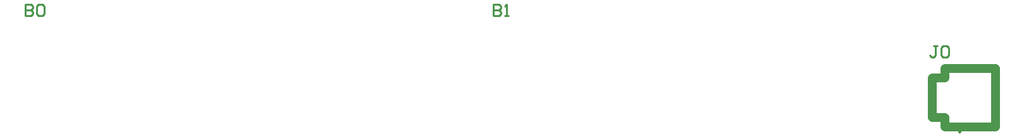
<source format=gto>
G04*
G04 #@! TF.GenerationSoftware,Altium Limited,Altium Designer,24.0.1 (36)*
G04*
G04 Layer_Color=65535*
%FSLAX44Y44*%
%MOMM*%
G71*
G04*
G04 #@! TF.SameCoordinates,01A87E56-E8FB-47F9-89C4-8A0F53075384*
G04*
G04*
G04 #@! TF.FilePolarity,Positive*
G04*
G01*
G75*
%ADD10C,0.2500*%
%ADD11C,1.1430*%
%ADD12C,0.2540*%
D10*
X1384250Y248406D02*
G03*
X1384250Y248406I-1250J0D01*
G01*
D11*
X1431000Y254906D02*
Y333506D01*
X1346000Y267406D02*
Y321006D01*
Y267406D02*
X1363000D01*
Y254906D02*
Y267406D01*
Y254906D02*
X1431000D01*
X1346000Y321006D02*
X1363000D01*
Y333506D01*
X1431000D01*
D12*
X758193Y420368D02*
Y405132D01*
X765811D01*
X768350Y407672D01*
Y410211D01*
X765811Y412750D01*
X758193D01*
X765811D01*
X768350Y415289D01*
Y417828D01*
X765811Y420368D01*
X758193D01*
X773428Y405132D02*
X778507D01*
X775968D01*
Y420368D01*
X773428Y417828D01*
X1352551Y364487D02*
X1347473D01*
X1350012D01*
Y351792D01*
X1347473Y349253D01*
X1344933D01*
X1342394Y351792D01*
X1357629Y361948D02*
X1360168Y364487D01*
X1365247D01*
X1367786Y361948D01*
Y351792D01*
X1365247Y349253D01*
X1360168D01*
X1357629Y351792D01*
Y361948D01*
X132084Y420368D02*
Y405132D01*
X139702D01*
X142241Y407672D01*
Y410211D01*
X139702Y412750D01*
X132084D01*
X139702D01*
X142241Y415289D01*
Y417828D01*
X139702Y420368D01*
X132084D01*
X147319Y417828D02*
X149858Y420368D01*
X154937D01*
X157476Y417828D01*
Y407672D01*
X154937Y405132D01*
X149858D01*
X147319Y407672D01*
Y417828D01*
M02*

</source>
